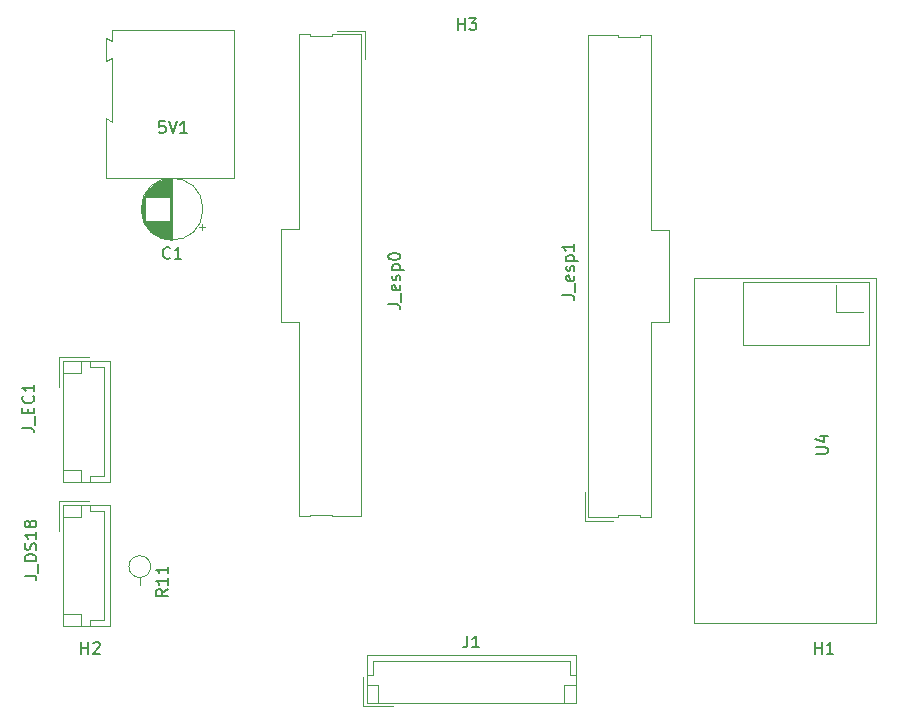
<source format=gbr>
%TF.GenerationSoftware,KiCad,Pcbnew,6.0.11+dfsg-1*%
%TF.CreationDate,2023-03-14T15:36:54-05:00*%
%TF.ProjectId,water_tank_module,77617465-725f-4746-916e-6b5f6d6f6475,rev?*%
%TF.SameCoordinates,Original*%
%TF.FileFunction,Legend,Top*%
%TF.FilePolarity,Positive*%
%FSLAX46Y46*%
G04 Gerber Fmt 4.6, Leading zero omitted, Abs format (unit mm)*
G04 Created by KiCad (PCBNEW 6.0.11+dfsg-1) date 2023-03-14 15:36:54*
%MOMM*%
%LPD*%
G01*
G04 APERTURE LIST*
%ADD10C,0.150000*%
%ADD11C,0.120000*%
G04 APERTURE END LIST*
D10*
%TO.C,H2*%
X64135095Y-77143380D02*
X64135095Y-76143380D01*
X64135095Y-76619571D02*
X64706523Y-76619571D01*
X64706523Y-77143380D02*
X64706523Y-76143380D01*
X65135095Y-76238619D02*
X65182714Y-76191000D01*
X65277952Y-76143380D01*
X65516047Y-76143380D01*
X65611285Y-76191000D01*
X65658904Y-76238619D01*
X65706523Y-76333857D01*
X65706523Y-76429095D01*
X65658904Y-76571952D01*
X65087476Y-77143380D01*
X65706523Y-77143380D01*
%TO.C,J_EC1*%
X59140380Y-58016416D02*
X59854666Y-58016416D01*
X59997523Y-58064035D01*
X60092761Y-58159273D01*
X60140380Y-58302130D01*
X60140380Y-58397369D01*
X60235619Y-57778321D02*
X60235619Y-57016416D01*
X59616571Y-56778321D02*
X59616571Y-56444988D01*
X60140380Y-56302130D02*
X60140380Y-56778321D01*
X59140380Y-56778321D01*
X59140380Y-56302130D01*
X60045142Y-55302130D02*
X60092761Y-55349750D01*
X60140380Y-55492607D01*
X60140380Y-55587845D01*
X60092761Y-55730702D01*
X59997523Y-55825940D01*
X59902285Y-55873559D01*
X59711809Y-55921178D01*
X59568952Y-55921178D01*
X59378476Y-55873559D01*
X59283238Y-55825940D01*
X59188000Y-55730702D01*
X59140380Y-55587845D01*
X59140380Y-55492607D01*
X59188000Y-55349750D01*
X59235619Y-55302130D01*
X60140380Y-54349750D02*
X60140380Y-54921178D01*
X60140380Y-54635464D02*
X59140380Y-54635464D01*
X59283238Y-54730702D01*
X59378476Y-54825940D01*
X59426095Y-54921178D01*
%TO.C,U4*%
X126325380Y-60197904D02*
X127134904Y-60197904D01*
X127230142Y-60150285D01*
X127277761Y-60102666D01*
X127325380Y-60007428D01*
X127325380Y-59816952D01*
X127277761Y-59721714D01*
X127230142Y-59674095D01*
X127134904Y-59626476D01*
X126325380Y-59626476D01*
X126658714Y-58721714D02*
X127325380Y-58721714D01*
X126277761Y-58959809D02*
X126992047Y-59197904D01*
X126992047Y-58578857D01*
%TO.C,J1*%
X96821666Y-75600380D02*
X96821666Y-76314666D01*
X96774047Y-76457523D01*
X96678809Y-76552761D01*
X96535952Y-76600380D01*
X96440714Y-76600380D01*
X97821666Y-76600380D02*
X97250238Y-76600380D01*
X97535952Y-76600380D02*
X97535952Y-75600380D01*
X97440714Y-75743238D01*
X97345476Y-75838476D01*
X97250238Y-75886095D01*
%TO.C,C1*%
X71654446Y-43593392D02*
X71606827Y-43641011D01*
X71463970Y-43688630D01*
X71368732Y-43688630D01*
X71225874Y-43641011D01*
X71130636Y-43545773D01*
X71083017Y-43450535D01*
X71035398Y-43260059D01*
X71035398Y-43117202D01*
X71083017Y-42926726D01*
X71130636Y-42831488D01*
X71225874Y-42736250D01*
X71368732Y-42688630D01*
X71463970Y-42688630D01*
X71606827Y-42736250D01*
X71654446Y-42783869D01*
X72606827Y-43688630D02*
X72035398Y-43688630D01*
X72321113Y-43688630D02*
X72321113Y-42688630D01*
X72225874Y-42831488D01*
X72130636Y-42926726D01*
X72035398Y-42974345D01*
%TO.C,J_DS18*%
X59340380Y-70516416D02*
X60054666Y-70516416D01*
X60197523Y-70564035D01*
X60292761Y-70659273D01*
X60340380Y-70802130D01*
X60340380Y-70897369D01*
X60435619Y-70278321D02*
X60435619Y-69516416D01*
X60340380Y-69278321D02*
X59340380Y-69278321D01*
X59340380Y-69040226D01*
X59388000Y-68897369D01*
X59483238Y-68802130D01*
X59578476Y-68754511D01*
X59768952Y-68706892D01*
X59911809Y-68706892D01*
X60102285Y-68754511D01*
X60197523Y-68802130D01*
X60292761Y-68897369D01*
X60340380Y-69040226D01*
X60340380Y-69278321D01*
X60292761Y-68325940D02*
X60340380Y-68183083D01*
X60340380Y-67944988D01*
X60292761Y-67849750D01*
X60245142Y-67802130D01*
X60149904Y-67754511D01*
X60054666Y-67754511D01*
X59959428Y-67802130D01*
X59911809Y-67849750D01*
X59864190Y-67944988D01*
X59816571Y-68135464D01*
X59768952Y-68230702D01*
X59721333Y-68278321D01*
X59626095Y-68325940D01*
X59530857Y-68325940D01*
X59435619Y-68278321D01*
X59388000Y-68230702D01*
X59340380Y-68135464D01*
X59340380Y-67897369D01*
X59388000Y-67754511D01*
X60340380Y-66802130D02*
X60340380Y-67373559D01*
X60340380Y-67087845D02*
X59340380Y-67087845D01*
X59483238Y-67183083D01*
X59578476Y-67278321D01*
X59626095Y-67373559D01*
X59768952Y-66230702D02*
X59721333Y-66325940D01*
X59673714Y-66373559D01*
X59578476Y-66421178D01*
X59530857Y-66421178D01*
X59435619Y-66373559D01*
X59388000Y-66325940D01*
X59340380Y-66230702D01*
X59340380Y-66040226D01*
X59388000Y-65944988D01*
X59435619Y-65897369D01*
X59530857Y-65849750D01*
X59578476Y-65849750D01*
X59673714Y-65897369D01*
X59721333Y-65944988D01*
X59768952Y-66040226D01*
X59768952Y-66230702D01*
X59816571Y-66325940D01*
X59864190Y-66373559D01*
X59959428Y-66421178D01*
X60149904Y-66421178D01*
X60245142Y-66373559D01*
X60292761Y-66325940D01*
X60340380Y-66230702D01*
X60340380Y-66040226D01*
X60292761Y-65944988D01*
X60245142Y-65897369D01*
X60149904Y-65849750D01*
X59959428Y-65849750D01*
X59864190Y-65897369D01*
X59816571Y-65944988D01*
X59768952Y-66040226D01*
%TO.C,H3*%
X96012095Y-24311380D02*
X96012095Y-23311380D01*
X96012095Y-23787571D02*
X96583523Y-23787571D01*
X96583523Y-24311380D02*
X96583523Y-23311380D01*
X96964476Y-23311380D02*
X97583523Y-23311380D01*
X97250190Y-23692333D01*
X97393047Y-23692333D01*
X97488285Y-23739952D01*
X97535904Y-23787571D01*
X97583523Y-23882809D01*
X97583523Y-24120904D01*
X97535904Y-24216142D01*
X97488285Y-24263761D01*
X97393047Y-24311380D01*
X97107333Y-24311380D01*
X97012095Y-24263761D01*
X96964476Y-24216142D01*
%TO.C,J_esp0*%
X90129880Y-47545000D02*
X90844166Y-47545000D01*
X90987023Y-47592619D01*
X91082261Y-47687857D01*
X91129880Y-47830714D01*
X91129880Y-47925952D01*
X91225119Y-47306904D02*
X91225119Y-46545000D01*
X91082261Y-45925952D02*
X91129880Y-46021190D01*
X91129880Y-46211666D01*
X91082261Y-46306904D01*
X90987023Y-46354523D01*
X90606071Y-46354523D01*
X90510833Y-46306904D01*
X90463214Y-46211666D01*
X90463214Y-46021190D01*
X90510833Y-45925952D01*
X90606071Y-45878333D01*
X90701309Y-45878333D01*
X90796547Y-46354523D01*
X91082261Y-45497380D02*
X91129880Y-45402142D01*
X91129880Y-45211666D01*
X91082261Y-45116428D01*
X90987023Y-45068809D01*
X90939404Y-45068809D01*
X90844166Y-45116428D01*
X90796547Y-45211666D01*
X90796547Y-45354523D01*
X90748928Y-45449761D01*
X90653690Y-45497380D01*
X90606071Y-45497380D01*
X90510833Y-45449761D01*
X90463214Y-45354523D01*
X90463214Y-45211666D01*
X90510833Y-45116428D01*
X90463214Y-44640238D02*
X91463214Y-44640238D01*
X90510833Y-44640238D02*
X90463214Y-44545000D01*
X90463214Y-44354523D01*
X90510833Y-44259285D01*
X90558452Y-44211666D01*
X90653690Y-44164047D01*
X90939404Y-44164047D01*
X91034642Y-44211666D01*
X91082261Y-44259285D01*
X91129880Y-44354523D01*
X91129880Y-44545000D01*
X91082261Y-44640238D01*
X90129880Y-43545000D02*
X90129880Y-43449761D01*
X90177500Y-43354523D01*
X90225119Y-43306904D01*
X90320357Y-43259285D01*
X90510833Y-43211666D01*
X90748928Y-43211666D01*
X90939404Y-43259285D01*
X91034642Y-43306904D01*
X91082261Y-43354523D01*
X91129880Y-43449761D01*
X91129880Y-43545000D01*
X91082261Y-43640238D01*
X91034642Y-43687857D01*
X90939404Y-43735476D01*
X90748928Y-43783095D01*
X90510833Y-43783095D01*
X90320357Y-43735476D01*
X90225119Y-43687857D01*
X90177500Y-43640238D01*
X90129880Y-43545000D01*
%TO.C,5V1*%
X71221333Y-32042630D02*
X70745142Y-32042630D01*
X70697523Y-32518821D01*
X70745142Y-32471202D01*
X70840380Y-32423583D01*
X71078476Y-32423583D01*
X71173714Y-32471202D01*
X71221333Y-32518821D01*
X71268952Y-32614059D01*
X71268952Y-32852154D01*
X71221333Y-32947392D01*
X71173714Y-32995011D01*
X71078476Y-33042630D01*
X70840380Y-33042630D01*
X70745142Y-32995011D01*
X70697523Y-32947392D01*
X71554666Y-32042630D02*
X71888000Y-33042630D01*
X72221333Y-32042630D01*
X73078476Y-33042630D02*
X72507047Y-33042630D01*
X72792761Y-33042630D02*
X72792761Y-32042630D01*
X72697523Y-32185488D01*
X72602285Y-32280726D01*
X72507047Y-32328345D01*
%TO.C,H1*%
X126238095Y-77143380D02*
X126238095Y-76143380D01*
X126238095Y-76619571D02*
X126809523Y-76619571D01*
X126809523Y-77143380D02*
X126809523Y-76143380D01*
X127809523Y-77143380D02*
X127238095Y-77143380D01*
X127523809Y-77143380D02*
X127523809Y-76143380D01*
X127428571Y-76286238D01*
X127333333Y-76381476D01*
X127238095Y-76429095D01*
%TO.C,R11*%
X71460380Y-71662607D02*
X70984190Y-71995940D01*
X71460380Y-72234035D02*
X70460380Y-72234035D01*
X70460380Y-71853083D01*
X70508000Y-71757845D01*
X70555619Y-71710226D01*
X70650857Y-71662607D01*
X70793714Y-71662607D01*
X70888952Y-71710226D01*
X70936571Y-71757845D01*
X70984190Y-71853083D01*
X70984190Y-72234035D01*
X71460380Y-70710226D02*
X71460380Y-71281654D01*
X71460380Y-70995940D02*
X70460380Y-70995940D01*
X70603238Y-71091178D01*
X70698476Y-71186416D01*
X70746095Y-71281654D01*
X71460380Y-69757845D02*
X71460380Y-70329273D01*
X71460380Y-70043559D02*
X70460380Y-70043559D01*
X70603238Y-70138797D01*
X70698476Y-70234035D01*
X70746095Y-70329273D01*
%TO.C,J_esp1*%
X104875380Y-46764000D02*
X105589666Y-46764000D01*
X105732523Y-46811619D01*
X105827761Y-46906857D01*
X105875380Y-47049714D01*
X105875380Y-47144952D01*
X105970619Y-46525904D02*
X105970619Y-45764000D01*
X105827761Y-45144952D02*
X105875380Y-45240190D01*
X105875380Y-45430666D01*
X105827761Y-45525904D01*
X105732523Y-45573523D01*
X105351571Y-45573523D01*
X105256333Y-45525904D01*
X105208714Y-45430666D01*
X105208714Y-45240190D01*
X105256333Y-45144952D01*
X105351571Y-45097333D01*
X105446809Y-45097333D01*
X105542047Y-45573523D01*
X105827761Y-44716380D02*
X105875380Y-44621142D01*
X105875380Y-44430666D01*
X105827761Y-44335428D01*
X105732523Y-44287809D01*
X105684904Y-44287809D01*
X105589666Y-44335428D01*
X105542047Y-44430666D01*
X105542047Y-44573523D01*
X105494428Y-44668761D01*
X105399190Y-44716380D01*
X105351571Y-44716380D01*
X105256333Y-44668761D01*
X105208714Y-44573523D01*
X105208714Y-44430666D01*
X105256333Y-44335428D01*
X105208714Y-43859238D02*
X106208714Y-43859238D01*
X105256333Y-43859238D02*
X105208714Y-43764000D01*
X105208714Y-43573523D01*
X105256333Y-43478285D01*
X105303952Y-43430666D01*
X105399190Y-43383047D01*
X105684904Y-43383047D01*
X105780142Y-43430666D01*
X105827761Y-43478285D01*
X105875380Y-43573523D01*
X105875380Y-43764000D01*
X105827761Y-43859238D01*
X105875380Y-42430666D02*
X105875380Y-43002095D01*
X105875380Y-42716380D02*
X104875380Y-42716380D01*
X105018238Y-42811619D01*
X105113476Y-42906857D01*
X105161095Y-43002095D01*
D11*
%TO.C,J_EC1*%
X62278000Y-52039750D02*
X62278000Y-54539750D01*
X64888000Y-62059750D02*
X64888000Y-62559750D01*
X64888000Y-52339750D02*
X64888000Y-52839750D01*
X64078000Y-62559750D02*
X64078000Y-61559750D01*
X66098000Y-52839750D02*
X66098000Y-62059750D01*
X66598000Y-52339750D02*
X62578000Y-52339750D01*
X62578000Y-62559750D02*
X66598000Y-62559750D01*
X66098000Y-62059750D02*
X64888000Y-62059750D01*
X64078000Y-61559750D02*
X62578000Y-61559750D01*
X64078000Y-52339750D02*
X64078000Y-53339750D01*
X64078000Y-53339750D02*
X62578000Y-53339750D01*
X64778000Y-52039750D02*
X62278000Y-52039750D01*
X62578000Y-52339750D02*
X62578000Y-62559750D01*
X66598000Y-62559750D02*
X66598000Y-52339750D01*
X64888000Y-52839750D02*
X66098000Y-52839750D01*
%TO.C,U4*%
X115973000Y-74544000D02*
X115973000Y-45344000D01*
X131423000Y-74544000D02*
X115973000Y-74544000D01*
X120179000Y-45674000D02*
X130847000Y-45674000D01*
X131423000Y-45344000D02*
X131423000Y-45344000D01*
X130847000Y-51008000D02*
X120179000Y-51008000D01*
X128053000Y-48214000D02*
X128053000Y-45928000D01*
X130339000Y-48214000D02*
X128053000Y-48214000D01*
X120179000Y-45674000D02*
X120179000Y-45674000D01*
X115973000Y-45344000D02*
X131423000Y-45344000D01*
X128053000Y-45928000D02*
X128053000Y-45928000D01*
X120179000Y-51008000D02*
X120179000Y-45674000D01*
X131423000Y-45344000D02*
X131423000Y-74544000D01*
X130847000Y-45674000D02*
X130847000Y-51008000D01*
X130847000Y-45674000D02*
X130847000Y-45674000D01*
%TO.C,J1*%
X88295000Y-77238000D02*
X88295000Y-81258000D01*
X88795000Y-77738000D02*
X105515000Y-77738000D01*
X87995000Y-81558000D02*
X90495000Y-81558000D01*
X88295000Y-79758000D02*
X89295000Y-79758000D01*
X105515000Y-77738000D02*
X105515000Y-78948000D01*
X89295000Y-79758000D02*
X89295000Y-81258000D01*
X87995000Y-79058000D02*
X87995000Y-81558000D01*
X105015000Y-79758000D02*
X105015000Y-81258000D01*
X106015000Y-79758000D02*
X105015000Y-79758000D01*
X106015000Y-77238000D02*
X88295000Y-77238000D01*
X105515000Y-78948000D02*
X106015000Y-78948000D01*
X106015000Y-81258000D02*
X106015000Y-77238000D01*
X88795000Y-78948000D02*
X88795000Y-77738000D01*
X88295000Y-78948000D02*
X88795000Y-78948000D01*
X88295000Y-81258000D02*
X106015000Y-81258000D01*
%TO.C,C1*%
X74441113Y-39486250D02*
G75*
G03*
X74441113Y-39486250I-2620000J0D01*
G01*
X69540113Y-38446250D02*
X69540113Y-38235250D01*
X69220113Y-39770250D02*
X69220113Y-39202250D01*
X71060113Y-38446250D02*
X71060113Y-37018250D01*
X74625888Y-40961250D02*
X74125888Y-40961250D01*
X70620113Y-41776250D02*
X70620113Y-40526250D01*
X69980113Y-38446250D02*
X69980113Y-37660250D01*
X70220113Y-38446250D02*
X70220113Y-37451250D01*
X71141113Y-38446250D02*
X71141113Y-36995250D01*
X69820113Y-41139250D02*
X69820113Y-40526250D01*
X70340113Y-38446250D02*
X70340113Y-37364250D01*
X70540113Y-41733250D02*
X70540113Y-40526250D01*
X69660113Y-40929250D02*
X69660113Y-40526250D01*
X69580113Y-40805250D02*
X69580113Y-40526250D01*
X71381113Y-38446250D02*
X71381113Y-36943250D01*
X70860113Y-41884250D02*
X70860113Y-40526250D01*
X69260113Y-40004250D02*
X69260113Y-38968250D01*
X71181113Y-41987250D02*
X71181113Y-40526250D01*
X70820113Y-38446250D02*
X70820113Y-37104250D01*
X71621113Y-42059250D02*
X71621113Y-36913250D01*
X69620113Y-38446250D02*
X69620113Y-38103250D01*
X71221113Y-38446250D02*
X71221113Y-36975250D01*
X70220113Y-41521250D02*
X70220113Y-40526250D01*
X70660113Y-38446250D02*
X70660113Y-37176250D01*
X70780113Y-41851250D02*
X70780113Y-40526250D01*
X70060113Y-41387250D02*
X70060113Y-40526250D01*
X70420113Y-41661250D02*
X70420113Y-40526250D01*
X70300113Y-41581250D02*
X70300113Y-40526250D01*
X71181113Y-38446250D02*
X71181113Y-36985250D01*
X70980113Y-38446250D02*
X70980113Y-37044250D01*
X69620113Y-40869250D02*
X69620113Y-40526250D01*
X71020113Y-38446250D02*
X71020113Y-37031250D01*
X70740113Y-41834250D02*
X70740113Y-40526250D01*
X71581113Y-38446250D02*
X71581113Y-36917250D01*
X70380113Y-38446250D02*
X70380113Y-37337250D01*
X70740113Y-38446250D02*
X70740113Y-37138250D01*
X70620113Y-38446250D02*
X70620113Y-37196250D01*
X69820113Y-38446250D02*
X69820113Y-37833250D01*
X71461113Y-38446250D02*
X71461113Y-36930250D01*
X71261113Y-38446250D02*
X71261113Y-36966250D01*
X69580113Y-38446250D02*
X69580113Y-38167250D01*
X70700113Y-41815250D02*
X70700113Y-40526250D01*
X71381113Y-42029250D02*
X71381113Y-40526250D01*
X69860113Y-41185250D02*
X69860113Y-40526250D01*
X70780113Y-38446250D02*
X70780113Y-37121250D01*
X70260113Y-38446250D02*
X70260113Y-37421250D01*
X70420113Y-38446250D02*
X70420113Y-37311250D01*
X71781113Y-42066250D02*
X71781113Y-36906250D01*
X69300113Y-40163250D02*
X69300113Y-38809250D01*
X69460113Y-40584250D02*
X69460113Y-38388250D01*
X70460113Y-41686250D02*
X70460113Y-40526250D01*
X71581113Y-42055250D02*
X71581113Y-40526250D01*
X69780113Y-41091250D02*
X69780113Y-40526250D01*
X70140113Y-38446250D02*
X70140113Y-37515250D01*
X70100113Y-38446250D02*
X70100113Y-37549250D01*
X70660113Y-41796250D02*
X70660113Y-40526250D01*
X70980113Y-41928250D02*
X70980113Y-40526250D01*
X69900113Y-41229250D02*
X69900113Y-40526250D01*
X71541113Y-42051250D02*
X71541113Y-40526250D01*
X69980113Y-41312250D02*
X69980113Y-40526250D01*
X69500113Y-40664250D02*
X69500113Y-38308250D01*
X69380113Y-40401250D02*
X69380113Y-38571250D01*
X70500113Y-41710250D02*
X70500113Y-40526250D01*
X69740113Y-41040250D02*
X69740113Y-40526250D01*
X70140113Y-41457250D02*
X70140113Y-40526250D01*
X70820113Y-41868250D02*
X70820113Y-40526250D01*
X70020113Y-41350250D02*
X70020113Y-40526250D01*
X69700113Y-38446250D02*
X69700113Y-37986250D01*
X70700113Y-38446250D02*
X70700113Y-37157250D01*
X71461113Y-42042250D02*
X71461113Y-40526250D01*
X71341113Y-38446250D02*
X71341113Y-36950250D01*
X70300113Y-38446250D02*
X70300113Y-37391250D01*
X70940113Y-38446250D02*
X70940113Y-37058250D01*
X71221113Y-41997250D02*
X71221113Y-40526250D01*
X74375888Y-41211250D02*
X74375888Y-40711250D01*
X69860113Y-38446250D02*
X69860113Y-37787250D01*
X69780113Y-38446250D02*
X69780113Y-37881250D01*
X71501113Y-38446250D02*
X71501113Y-36925250D01*
X71100113Y-41966250D02*
X71100113Y-40526250D01*
X70460113Y-38446250D02*
X70460113Y-37286250D01*
X70020113Y-38446250D02*
X70020113Y-37622250D01*
X69740113Y-38446250D02*
X69740113Y-37932250D01*
X69940113Y-38446250D02*
X69940113Y-37701250D01*
X70580113Y-41754250D02*
X70580113Y-40526250D01*
X71060113Y-41954250D02*
X71060113Y-40526250D01*
X70260113Y-41551250D02*
X70260113Y-40526250D01*
X69900113Y-38446250D02*
X69900113Y-37743250D01*
X69420113Y-40497250D02*
X69420113Y-38475250D01*
X71741113Y-42065250D02*
X71741113Y-36907250D01*
X70900113Y-41900250D02*
X70900113Y-40526250D01*
X71661113Y-42062250D02*
X71661113Y-36910250D01*
X71701113Y-42064250D02*
X71701113Y-36908250D01*
X71821113Y-42066250D02*
X71821113Y-36906250D01*
X71020113Y-41941250D02*
X71020113Y-40526250D01*
X70340113Y-41608250D02*
X70340113Y-40526250D01*
X70380113Y-41635250D02*
X70380113Y-40526250D01*
X70060113Y-38446250D02*
X70060113Y-37585250D01*
X70180113Y-41490250D02*
X70180113Y-40526250D01*
X70860113Y-38446250D02*
X70860113Y-37088250D01*
X71141113Y-41977250D02*
X71141113Y-40526250D01*
X71341113Y-42022250D02*
X71341113Y-40526250D01*
X71421113Y-38446250D02*
X71421113Y-36936250D01*
X69700113Y-40986250D02*
X69700113Y-40526250D01*
X71501113Y-42047250D02*
X71501113Y-40526250D01*
X70900113Y-38446250D02*
X70900113Y-37072250D01*
X70500113Y-38446250D02*
X70500113Y-37262250D01*
X70940113Y-41914250D02*
X70940113Y-40526250D01*
X71301113Y-38446250D02*
X71301113Y-36958250D01*
X71421113Y-42036250D02*
X71421113Y-40526250D01*
X71100113Y-38446250D02*
X71100113Y-37006250D01*
X71541113Y-38446250D02*
X71541113Y-36921250D01*
X69660113Y-38446250D02*
X69660113Y-38043250D01*
X69540113Y-40737250D02*
X69540113Y-40526250D01*
X69940113Y-41271250D02*
X69940113Y-40526250D01*
X70540113Y-38446250D02*
X70540113Y-37239250D01*
X70100113Y-41423250D02*
X70100113Y-40526250D01*
X71261113Y-42006250D02*
X71261113Y-40526250D01*
X71301113Y-42014250D02*
X71301113Y-40526250D01*
X70180113Y-38446250D02*
X70180113Y-37482250D01*
X70580113Y-38446250D02*
X70580113Y-37218250D01*
X69340113Y-40291250D02*
X69340113Y-38681250D01*
%TO.C,J_DS18*%
X64778000Y-64239750D02*
X62278000Y-64239750D01*
X62278000Y-64239750D02*
X62278000Y-66739750D01*
X64888000Y-65039750D02*
X66098000Y-65039750D01*
X66598000Y-64539750D02*
X62578000Y-64539750D01*
X64078000Y-74759750D02*
X64078000Y-73759750D01*
X62578000Y-74759750D02*
X66598000Y-74759750D01*
X62578000Y-64539750D02*
X62578000Y-74759750D01*
X66098000Y-74259750D02*
X64888000Y-74259750D01*
X64078000Y-65539750D02*
X62578000Y-65539750D01*
X64888000Y-64539750D02*
X64888000Y-65039750D01*
X64078000Y-64539750D02*
X64078000Y-65539750D01*
X66598000Y-74759750D02*
X66598000Y-64539750D01*
X64078000Y-73759750D02*
X62578000Y-73759750D01*
X66098000Y-65039750D02*
X66098000Y-74259750D01*
X64888000Y-74259750D02*
X64888000Y-74759750D01*
%TO.C,J_esp0*%
X85325000Y-65345000D02*
X85325000Y-65475000D01*
X82535000Y-41165000D02*
X81035000Y-41165000D01*
X83515000Y-24825000D02*
X83515000Y-24695000D01*
X85325000Y-65475000D02*
X87855000Y-65475000D01*
X87855000Y-24695000D02*
X85325000Y-24695000D01*
X85325000Y-24825000D02*
X83515000Y-24825000D01*
X81035000Y-41165000D02*
X81035000Y-49005000D01*
X85325000Y-24695000D02*
X85325000Y-24825000D01*
X83515000Y-24695000D02*
X82535000Y-24695000D01*
X83515000Y-65345000D02*
X85325000Y-65345000D01*
X87855000Y-65475000D02*
X87855000Y-24695000D01*
X81035000Y-49005000D02*
X82535000Y-49005000D01*
X82535000Y-24695000D02*
X82535000Y-41165000D01*
X82535000Y-49005000D02*
X82535000Y-65475000D01*
X85745000Y-24395000D02*
X88155000Y-24395000D01*
X88155000Y-24395000D02*
X88155000Y-26805000D01*
X83515000Y-65475000D02*
X83515000Y-65345000D01*
X82535000Y-65475000D02*
X83515000Y-65475000D01*
%TO.C,5V1*%
X66753000Y-24290250D02*
X66753000Y-25240250D01*
X77103000Y-24290250D02*
X66753000Y-24290250D01*
X66253000Y-31790250D02*
X66253000Y-36890250D01*
X66253000Y-36890250D02*
X77103000Y-36890250D01*
X66753000Y-32090250D02*
X66253000Y-31790250D01*
X66753000Y-26690250D02*
X66753000Y-32090250D01*
X66253000Y-24990250D02*
X66253000Y-26890250D01*
X66253000Y-26940250D02*
X66753000Y-26690250D01*
X66253000Y-26890250D02*
X66253000Y-26940250D01*
X77103000Y-36890250D02*
X77103000Y-24290250D01*
X66753000Y-25240250D02*
X66253000Y-24990250D01*
%TO.C,R11*%
X70008000Y-69749750D02*
G75*
G03*
X70008000Y-69749750I-920000J0D01*
G01*
X69088000Y-70669750D02*
X69088000Y-71289750D01*
%TO.C,J_esp1*%
X107075500Y-65554000D02*
X109605500Y-65554000D01*
X109605500Y-24904000D02*
X109605500Y-24774000D01*
X113895500Y-49084000D02*
X113895500Y-41244000D01*
X111415500Y-24904000D02*
X109605500Y-24904000D01*
X112395500Y-24774000D02*
X111415500Y-24774000D01*
X106775500Y-65854000D02*
X106775500Y-63444000D01*
X112395500Y-41244000D02*
X112395500Y-24774000D01*
X111415500Y-24774000D02*
X111415500Y-24904000D01*
X112395500Y-65554000D02*
X112395500Y-49084000D01*
X109605500Y-24774000D02*
X107075500Y-24774000D01*
X111415500Y-65424000D02*
X111415500Y-65554000D01*
X113895500Y-41244000D02*
X112395500Y-41244000D01*
X109605500Y-65554000D02*
X109605500Y-65424000D01*
X112395500Y-49084000D02*
X113895500Y-49084000D01*
X111415500Y-65554000D02*
X112395500Y-65554000D01*
X107075500Y-24774000D02*
X107075500Y-65554000D01*
X109605500Y-65424000D02*
X111415500Y-65424000D01*
X109185500Y-65854000D02*
X106775500Y-65854000D01*
%TD*%
M02*

</source>
